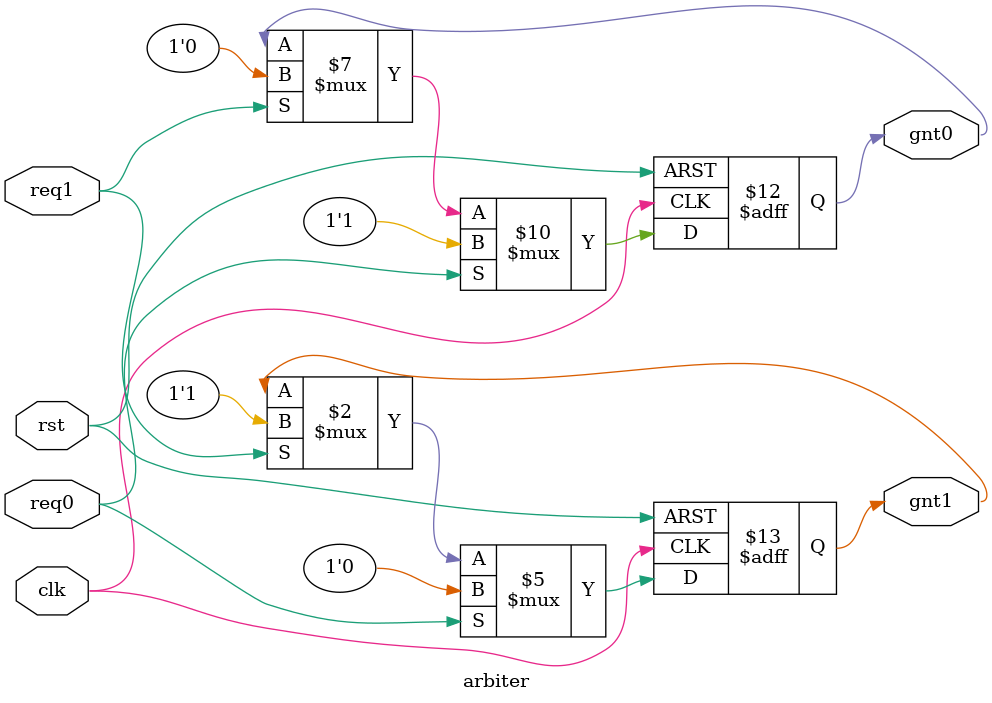
<source format=v>

module arbiter (clk,
		rst,
		req0,
		req1,
		gnt0,
		gnt1);

	input clk, rst, req0, req1;
	output gnt0, gnt1;

	reg gnt0, gnt1;

	always @ (posedge clk or posedge rst) begin
		if (rst) begin
			gnt0 <= 0;
			gnt1 <= 0;
		end 
		else if (req0) begin
			gnt0 <= 1;
			gnt1 <= 0;
		end 
		else if (req1) begin
			gnt0 <= 0;
			gnt1 <= 1;
		end
	end

endmodule		

</source>
